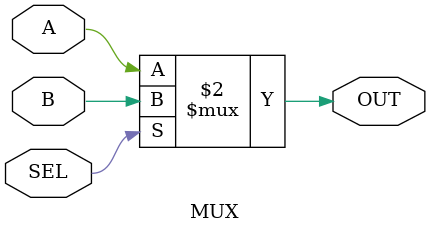
<source format=sv>
/***************************************************************************
 *** Filename: MUX.sv				 Created by: Louis Tacata 11-09-2017 ***
 ***************************************************************************
 *** This module is a design of a scalable multiplexer. 				 ***
 ***************************************************************************/
`timescale 1 ns / 1 ns
module MUX(A, B, SEL, OUT);
	parameter SIZE = 1;
	// port declarations
	input SEL;
	input [SIZE-1:0] A, B;
	output reg [SIZE-1:0] OUT;
	
	always_comb OUT = SEL ? B : A;
endmodule
</source>
